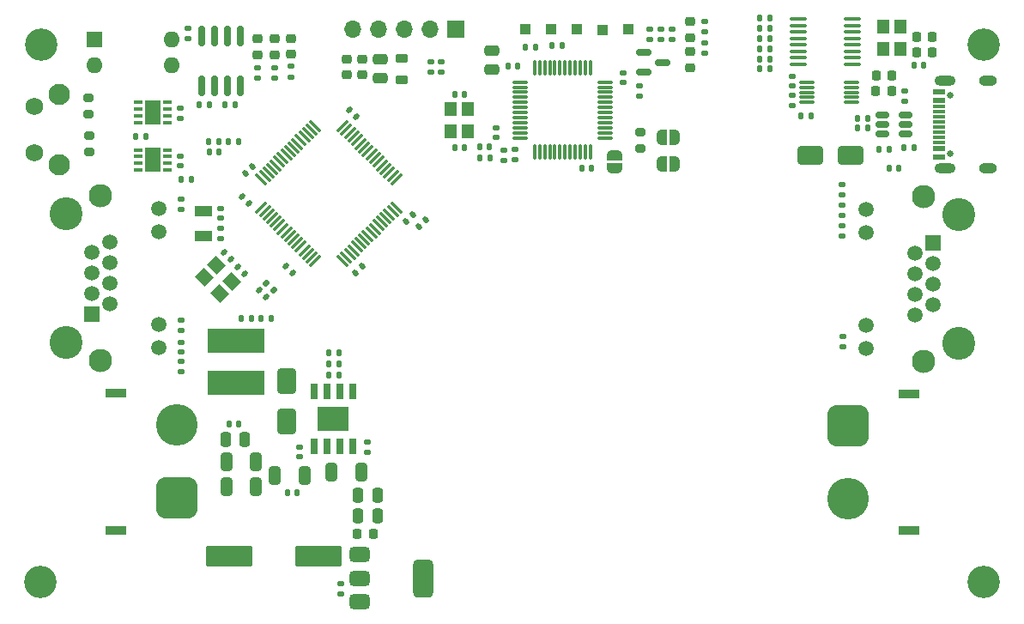
<source format=gbr>
%TF.GenerationSoftware,KiCad,Pcbnew,8.0.7-8.0.7-0~ubuntu22.04.1*%
%TF.CreationDate,2024-12-29T17:45:41+00:00*%
%TF.ProjectId,mini_module_template,6d696e69-5f6d-46f6-9475-6c655f74656d,rev?*%
%TF.SameCoordinates,Original*%
%TF.FileFunction,Soldermask,Top*%
%TF.FilePolarity,Negative*%
%FSLAX46Y46*%
G04 Gerber Fmt 4.6, Leading zero omitted, Abs format (unit mm)*
G04 Created by KiCad (PCBNEW 8.0.7-8.0.7-0~ubuntu22.04.1) date 2024-12-29 17:45:41*
%MOMM*%
%LPD*%
G01*
G04 APERTURE LIST*
G04 Aperture macros list*
%AMRoundRect*
0 Rectangle with rounded corners*
0 $1 Rounding radius*
0 $2 $3 $4 $5 $6 $7 $8 $9 X,Y pos of 4 corners*
0 Add a 4 corners polygon primitive as box body*
4,1,4,$2,$3,$4,$5,$6,$7,$8,$9,$2,$3,0*
0 Add four circle primitives for the rounded corners*
1,1,$1+$1,$2,$3*
1,1,$1+$1,$4,$5*
1,1,$1+$1,$6,$7*
1,1,$1+$1,$8,$9*
0 Add four rect primitives between the rounded corners*
20,1,$1+$1,$2,$3,$4,$5,0*
20,1,$1+$1,$4,$5,$6,$7,0*
20,1,$1+$1,$6,$7,$8,$9,0*
20,1,$1+$1,$8,$9,$2,$3,0*%
%AMRotRect*
0 Rectangle, with rotation*
0 The origin of the aperture is its center*
0 $1 length*
0 $2 width*
0 $3 Rotation angle, in degrees counterclockwise*
0 Add horizontal line*
21,1,$1,$2,0,0,$3*%
%AMFreePoly0*
4,1,19,0.500000,-0.750000,0.000000,-0.750000,0.000000,-0.744911,-0.071157,-0.744911,-0.207708,-0.704816,-0.327430,-0.627875,-0.420627,-0.520320,-0.479746,-0.390866,-0.500000,-0.250000,-0.500000,0.250000,-0.479746,0.390866,-0.420627,0.520320,-0.327430,0.627875,-0.207708,0.704816,-0.071157,0.744911,0.000000,0.744911,0.000000,0.750000,0.500000,0.750000,0.500000,-0.750000,0.500000,-0.750000,
$1*%
%AMFreePoly1*
4,1,19,0.000000,0.744911,0.071157,0.744911,0.207708,0.704816,0.327430,0.627875,0.420627,0.520320,0.479746,0.390866,0.500000,0.250000,0.500000,-0.250000,0.479746,-0.390866,0.420627,-0.520320,0.327430,-0.627875,0.207708,-0.704816,0.071157,-0.744911,0.000000,-0.744911,0.000000,-0.750000,-0.500000,-0.750000,-0.500000,0.750000,0.000000,0.750000,0.000000,0.744911,0.000000,0.744911,
$1*%
G04 Aperture macros list end*
%ADD10RoundRect,0.135000X0.185000X-0.135000X0.185000X0.135000X-0.185000X0.135000X-0.185000X-0.135000X0*%
%ADD11RoundRect,0.150000X-0.587500X-0.150000X0.587500X-0.150000X0.587500X0.150000X-0.587500X0.150000X0*%
%ADD12C,3.200000*%
%ADD13RoundRect,0.135000X-0.226274X-0.035355X-0.035355X-0.226274X0.226274X0.035355X0.035355X0.226274X0*%
%ADD14RoundRect,0.140000X-0.170000X0.140000X-0.170000X-0.140000X0.170000X-0.140000X0.170000X0.140000X0*%
%ADD15RoundRect,0.200000X0.275000X-0.200000X0.275000X0.200000X-0.275000X0.200000X-0.275000X-0.200000X0*%
%ADD16RoundRect,0.135000X-0.135000X-0.185000X0.135000X-0.185000X0.135000X0.185000X-0.135000X0.185000X0*%
%ADD17RoundRect,0.250000X-0.325000X-0.650000X0.325000X-0.650000X0.325000X0.650000X-0.325000X0.650000X0*%
%ADD18RoundRect,0.140000X0.140000X0.170000X-0.140000X0.170000X-0.140000X-0.170000X0.140000X-0.170000X0*%
%ADD19R,2.000000X0.900000*%
%ADD20RoundRect,1.025000X-1.025000X1.025000X-1.025000X-1.025000X1.025000X-1.025000X1.025000X1.025000X0*%
%ADD21C,4.100000*%
%ADD22RoundRect,0.250000X-1.000000X-0.650000X1.000000X-0.650000X1.000000X0.650000X-1.000000X0.650000X0*%
%ADD23R,1.200000X1.400000*%
%ADD24RoundRect,0.218750X-0.256250X0.218750X-0.256250X-0.218750X0.256250X-0.218750X0.256250X0.218750X0*%
%ADD25RoundRect,0.140000X0.219203X0.021213X0.021213X0.219203X-0.219203X-0.021213X-0.021213X-0.219203X0*%
%ADD26RoundRect,0.135000X0.135000X0.185000X-0.135000X0.185000X-0.135000X-0.185000X0.135000X-0.185000X0*%
%ADD27RoundRect,0.140000X0.170000X-0.140000X0.170000X0.140000X-0.170000X0.140000X-0.170000X-0.140000X0*%
%ADD28R,1.600000X1.600000*%
%ADD29O,1.600000X1.600000*%
%ADD30RoundRect,0.135000X-0.185000X0.135000X-0.185000X-0.135000X0.185000X-0.135000X0.185000X0.135000X0*%
%ADD31C,3.250000*%
%ADD32R,1.500000X1.500000*%
%ADD33C,1.500000*%
%ADD34C,2.300000*%
%ADD35RoundRect,0.218750X0.256250X-0.218750X0.256250X0.218750X-0.256250X0.218750X-0.256250X-0.218750X0*%
%ADD36RoundRect,0.100000X-0.712500X-0.100000X0.712500X-0.100000X0.712500X0.100000X-0.712500X0.100000X0*%
%ADD37RoundRect,0.140000X-0.021213X0.219203X-0.219203X0.021213X0.021213X-0.219203X0.219203X-0.021213X0*%
%ADD38RoundRect,0.225000X0.225000X0.250000X-0.225000X0.250000X-0.225000X-0.250000X0.225000X-0.250000X0*%
%ADD39RoundRect,0.150000X-0.150000X0.825000X-0.150000X-0.825000X0.150000X-0.825000X0.150000X0.825000X0*%
%ADD40RoundRect,0.140000X-0.140000X-0.170000X0.140000X-0.170000X0.140000X0.170000X-0.140000X0.170000X0*%
%ADD41RoundRect,0.250000X-0.475000X0.250000X-0.475000X-0.250000X0.475000X-0.250000X0.475000X0.250000X0*%
%ADD42RoundRect,0.218750X-0.381250X0.218750X-0.381250X-0.218750X0.381250X-0.218750X0.381250X0.218750X0*%
%ADD43RoundRect,0.075000X-0.441942X-0.548008X0.548008X0.441942X0.441942X0.548008X-0.548008X-0.441942X0*%
%ADD44RoundRect,0.075000X0.441942X-0.548008X0.548008X-0.441942X-0.441942X0.548008X-0.548008X0.441942X0*%
%ADD45FreePoly0,90.000000*%
%ADD46FreePoly1,90.000000*%
%ADD47C,2.100000*%
%ADD48C,1.750000*%
%ADD49RoundRect,0.250001X-2.049999X-0.799999X2.049999X-0.799999X2.049999X0.799999X-2.049999X0.799999X0*%
%ADD50FreePoly0,180.000000*%
%ADD51FreePoly1,180.000000*%
%ADD52R,1.000000X1.000000*%
%ADD53R,1.800000X1.000000*%
%ADD54RoundRect,0.075000X-0.662500X-0.075000X0.662500X-0.075000X0.662500X0.075000X-0.662500X0.075000X0*%
%ADD55RoundRect,0.075000X-0.075000X-0.662500X0.075000X-0.662500X0.075000X0.662500X-0.075000X0.662500X0*%
%ADD56RoundRect,0.150000X-0.512500X-0.150000X0.512500X-0.150000X0.512500X0.150000X-0.512500X0.150000X0*%
%ADD57RoundRect,0.250000X-0.650000X1.000000X-0.650000X-1.000000X0.650000X-1.000000X0.650000X1.000000X0*%
%ADD58RoundRect,0.250000X0.250000X0.475000X-0.250000X0.475000X-0.250000X-0.475000X0.250000X-0.475000X0*%
%ADD59RoundRect,0.375000X-0.625000X-0.375000X0.625000X-0.375000X0.625000X0.375000X-0.625000X0.375000X0*%
%ADD60RoundRect,0.500000X-0.500000X-1.400000X0.500000X-1.400000X0.500000X1.400000X-0.500000X1.400000X0*%
%ADD61R,0.650000X1.525000*%
%ADD62R,3.100000X2.400000*%
%ADD63RoundRect,0.075000X0.650000X0.075000X-0.650000X0.075000X-0.650000X-0.075000X0.650000X-0.075000X0*%
%ADD64RoundRect,0.140000X-0.219203X-0.021213X-0.021213X-0.219203X0.219203X0.021213X0.021213X0.219203X0*%
%ADD65R,0.850000X0.350000*%
%ADD66R,1.650000X2.450000*%
%ADD67C,0.650000*%
%ADD68R,1.240000X0.600000*%
%ADD69R,1.240000X0.300000*%
%ADD70O,2.100000X1.000000*%
%ADD71O,1.800000X1.000000*%
%ADD72RoundRect,0.140000X0.021213X-0.219203X0.219203X-0.021213X-0.021213X0.219203X-0.219203X0.021213X0*%
%ADD73RoundRect,0.225000X-0.250000X0.225000X-0.250000X-0.225000X0.250000X-0.225000X0.250000X0.225000X0*%
%ADD74RoundRect,1.025000X1.025000X-1.025000X1.025000X1.025000X-1.025000X1.025000X-1.025000X-1.025000X0*%
%ADD75RoundRect,0.250000X-0.250000X-0.475000X0.250000X-0.475000X0.250000X0.475000X-0.250000X0.475000X0*%
%ADD76R,5.700000X2.400000*%
%ADD77RotRect,1.400000X1.200000X135.000000*%
%ADD78RoundRect,0.250000X0.325000X0.650000X-0.325000X0.650000X-0.325000X-0.650000X0.325000X-0.650000X0*%
%ADD79RoundRect,0.250000X0.475000X-0.250000X0.475000X0.250000X-0.475000X0.250000X-0.475000X-0.250000X0*%
%ADD80R,1.700000X1.700000*%
%ADD81O,1.700000X1.700000*%
G04 APERTURE END LIST*
D10*
%TO.C,R29*%
X108187501Y-66692496D03*
X108187501Y-65672498D03*
%TD*%
D11*
%TO.C,Q1*%
X142954999Y-64310000D03*
X142954999Y-66210000D03*
X144830000Y-65260000D03*
%TD*%
D12*
%TO.C,H3*%
X176500000Y-63500000D03*
%TD*%
D13*
%TO.C,R2*%
X105739376Y-87039376D03*
X106460624Y-87760624D03*
%TD*%
D14*
%TO.C,C42*%
X97230000Y-74505000D03*
X97230000Y-75465000D03*
%TD*%
D15*
%TO.C,R24*%
X88230000Y-74105000D03*
X88230000Y-72455000D03*
%TD*%
D16*
%TO.C,R47*%
X154360000Y-65920000D03*
X155380000Y-65920000D03*
%TD*%
D17*
%TO.C,C49*%
X101784998Y-104700001D03*
X104735000Y-104700001D03*
%TD*%
D18*
%TO.C,C17*%
X127760000Y-73600000D03*
X126800000Y-73600000D03*
%TD*%
D19*
%TO.C,J2*%
X169150000Y-97950000D03*
X169150000Y-111450000D03*
D20*
X163150000Y-101100000D03*
D21*
X163150000Y-108300000D03*
%TD*%
D22*
%TO.C,D1*%
X159400000Y-74400000D03*
X163400000Y-74400000D03*
%TD*%
D10*
%TO.C,R22*%
X142520000Y-68559999D03*
X142520000Y-67540001D03*
%TD*%
D12*
%TO.C,H2*%
X83470000Y-116520000D03*
%TD*%
D17*
%TO.C,C46*%
X112174998Y-105700000D03*
X115125000Y-105700000D03*
%TD*%
D23*
%TO.C,Y4*%
X168250000Y-63900000D03*
X168250000Y-61700000D03*
X166550000Y-61700000D03*
X166550000Y-63900000D03*
%TD*%
D24*
%TO.C,D3*%
X104880000Y-62914997D03*
X104880000Y-64489999D03*
%TD*%
D25*
%TO.C,C58*%
X108309411Y-86049411D03*
X107630589Y-85370589D03*
%TD*%
D26*
%TO.C,R36*%
X93850000Y-72560000D03*
X92830002Y-72560000D03*
%TD*%
D27*
%TO.C,C21*%
X113100000Y-117680000D03*
X113100000Y-116720000D03*
%TD*%
D10*
%TO.C,R48*%
X162480000Y-82371998D03*
X162480000Y-81352000D03*
%TD*%
D26*
%TO.C,R34*%
X165065000Y-71770000D03*
X164045000Y-71770000D03*
%TD*%
D28*
%TO.C,SW5*%
X88770000Y-63010000D03*
D29*
X88770000Y-65550000D03*
X96390000Y-65550000D03*
X96390000Y-63010000D03*
%TD*%
D30*
%TO.C,R31*%
X168735000Y-68090001D03*
X168735000Y-69109999D03*
%TD*%
D14*
%TO.C,C36*%
X97220000Y-69812501D03*
X97220000Y-70772501D03*
%TD*%
%TO.C,C56*%
X101218553Y-79680050D03*
X101218553Y-80640050D03*
%TD*%
D31*
%TO.C,J8*%
X85979999Y-92906000D03*
X85979999Y-80206000D03*
D32*
X88519999Y-90116000D03*
D33*
X90300000Y-89100000D03*
X88519999Y-88084000D03*
X90300000Y-87068000D03*
X88519999Y-86052000D03*
X90300000Y-85036000D03*
X88519999Y-84020000D03*
X90299999Y-83004001D03*
X95119999Y-93416000D03*
X95119999Y-91126000D03*
X95119999Y-81986000D03*
X95119999Y-79696000D03*
D34*
X89409999Y-94686000D03*
X89409999Y-78426000D03*
%TD*%
D18*
%TO.C,C43*%
X108750000Y-107750001D03*
X107790000Y-107750001D03*
%TD*%
D35*
%TO.C,D5*%
X147570000Y-65807501D03*
X147570000Y-64232499D03*
%TD*%
D36*
%TO.C,U1*%
X158232500Y-60997500D03*
X158232500Y-61632500D03*
X158232500Y-62267500D03*
X158232500Y-62902500D03*
X158232500Y-63537500D03*
X158232500Y-64172500D03*
X158232500Y-64807500D03*
X158232500Y-65442500D03*
X163507500Y-65442500D03*
X163507500Y-64807500D03*
X163507500Y-64172500D03*
X163507500Y-63537500D03*
X163507500Y-62902500D03*
X163507500Y-62267500D03*
X163507500Y-61632500D03*
X163507500Y-60997500D03*
%TD*%
D12*
%TO.C,H4*%
X83520000Y-63520000D03*
%TD*%
D26*
%TO.C,R57*%
X112939997Y-94980001D03*
X111919999Y-94980001D03*
%TD*%
D27*
%TO.C,C40*%
X157570000Y-69499999D03*
X157570000Y-68539999D03*
%TD*%
D30*
%TO.C,R21*%
X144660000Y-62030001D03*
X144660000Y-63049999D03*
%TD*%
D18*
%TO.C,C54*%
X170580000Y-65590000D03*
X169620000Y-65590000D03*
%TD*%
D16*
%TO.C,R32*%
X168645001Y-73670000D03*
X169664999Y-73670000D03*
%TD*%
D37*
%TO.C,C3*%
X115189411Y-85370589D03*
X114510589Y-86049411D03*
%TD*%
D38*
%TO.C,C22*%
X116275000Y-111800000D03*
X114725000Y-111800000D03*
%TD*%
D26*
%TO.C,R12*%
X134909999Y-63600000D03*
X133890001Y-63600000D03*
%TD*%
D25*
%TO.C,C5*%
X104049411Y-79179411D03*
X103370589Y-78500589D03*
%TD*%
D10*
%TO.C,R9*%
X106580000Y-66799998D03*
X106580000Y-65780000D03*
%TD*%
D27*
%TO.C,C16*%
X128400000Y-72680000D03*
X128400000Y-71720000D03*
%TD*%
D26*
%TO.C,R35*%
X167165000Y-73870000D03*
X166145000Y-73870000D03*
%TD*%
D15*
%TO.C,R17*%
X142600000Y-73775000D03*
X142600000Y-72125000D03*
%TD*%
D26*
%TO.C,R11*%
X127779998Y-74700000D03*
X126760000Y-74700000D03*
%TD*%
D14*
%TO.C,C41*%
X157570000Y-66639999D03*
X157570000Y-67599999D03*
%TD*%
D39*
%TO.C,U2*%
X103182500Y-62662499D03*
X101912500Y-62662499D03*
X100642500Y-62662499D03*
X99372500Y-62662499D03*
X99372500Y-67612499D03*
X100642500Y-67612499D03*
X101912500Y-67612499D03*
X103182500Y-67612499D03*
%TD*%
D40*
%TO.C,C35*%
X111929999Y-96140001D03*
X112889999Y-96140001D03*
%TD*%
D30*
%TO.C,R20*%
X143580000Y-62030001D03*
X143580000Y-63049999D03*
%TD*%
D41*
%TO.C,C8*%
X117000000Y-64950001D03*
X117000000Y-66849999D03*
%TD*%
D42*
%TO.C,FB1*%
X119100000Y-64837500D03*
X119100000Y-66962500D03*
%TD*%
D40*
%TO.C,C18*%
X124317000Y-68393000D03*
X125277000Y-68393000D03*
%TD*%
D14*
%TO.C,C44*%
X162480000Y-79381999D03*
X162480000Y-80341999D03*
%TD*%
D37*
%TO.C,C55*%
X121489411Y-80780589D03*
X120810589Y-81459411D03*
%TD*%
D26*
%TO.C,R38*%
X98359999Y-76850000D03*
X97340001Y-76850000D03*
%TD*%
D24*
%TO.C,D2*%
X106580000Y-62914997D03*
X106580000Y-64489999D03*
%TD*%
D10*
%TO.C,R10*%
X104880000Y-66799998D03*
X104880000Y-65780000D03*
%TD*%
%TO.C,R50*%
X162480000Y-78371998D03*
X162480000Y-77352000D03*
%TD*%
D30*
%TO.C,R51*%
X97330000Y-94770001D03*
X97330000Y-95789999D03*
%TD*%
D43*
%TO.C,U9*%
X105235519Y-79561181D03*
X105589072Y-79914734D03*
X105942625Y-80268287D03*
X106296179Y-80621841D03*
X106649732Y-80975394D03*
X107003286Y-81328948D03*
X107356839Y-81682501D03*
X107710392Y-82036054D03*
X108063946Y-82389608D03*
X108417499Y-82743161D03*
X108771052Y-83096714D03*
X109124606Y-83450268D03*
X109478159Y-83803821D03*
X109831713Y-84157375D03*
X110185266Y-84510928D03*
X110538819Y-84864481D03*
D44*
X113261181Y-84864481D03*
X113614734Y-84510928D03*
X113968287Y-84157375D03*
X114321841Y-83803821D03*
X114675394Y-83450268D03*
X115028948Y-83096714D03*
X115382501Y-82743161D03*
X115736054Y-82389608D03*
X116089608Y-82036054D03*
X116443161Y-81682501D03*
X116796714Y-81328948D03*
X117150268Y-80975394D03*
X117503821Y-80621841D03*
X117857375Y-80268287D03*
X118210928Y-79914734D03*
X118564481Y-79561181D03*
D43*
X118564481Y-76838819D03*
X118210928Y-76485266D03*
X117857375Y-76131713D03*
X117503821Y-75778159D03*
X117150268Y-75424606D03*
X116796714Y-75071052D03*
X116443161Y-74717499D03*
X116089608Y-74363946D03*
X115736054Y-74010392D03*
X115382501Y-73656839D03*
X115028948Y-73303286D03*
X114675394Y-72949732D03*
X114321841Y-72596179D03*
X113968287Y-72242625D03*
X113614734Y-71889072D03*
X113261181Y-71535519D03*
D44*
X110538819Y-71535519D03*
X110185266Y-71889072D03*
X109831713Y-72242625D03*
X109478159Y-72596179D03*
X109124606Y-72949732D03*
X108771052Y-73303286D03*
X108417499Y-73656839D03*
X108063946Y-74010392D03*
X107710392Y-74363946D03*
X107356839Y-74717499D03*
X107003286Y-75071052D03*
X106649732Y-75424606D03*
X106296179Y-75778159D03*
X105942625Y-76131713D03*
X105589072Y-76485266D03*
X105235519Y-76838819D03*
%TD*%
D30*
%TO.C,R49*%
X162610000Y-92290001D03*
X162610000Y-93309999D03*
%TD*%
D16*
%TO.C,R45*%
X158460000Y-70519999D03*
X159480000Y-70519999D03*
%TD*%
D26*
%TO.C,R40*%
X155379999Y-60913000D03*
X154360001Y-60913000D03*
%TD*%
D16*
%TO.C,R56*%
X111900000Y-93910001D03*
X112919998Y-93910001D03*
%TD*%
D26*
%TO.C,R46*%
X155379999Y-64920000D03*
X154360001Y-64920000D03*
%TD*%
D40*
%TO.C,C13*%
X131320000Y-63800000D03*
X132280000Y-63800000D03*
%TD*%
D45*
%TO.C,JP3*%
X140100000Y-75749998D03*
D46*
X140100000Y-74450000D03*
%TD*%
D47*
%TO.C,SW2*%
X85300000Y-75400000D03*
X85300000Y-68390000D03*
D48*
X82810000Y-74150000D03*
X82810000Y-69650000D03*
%TD*%
D25*
%TO.C,C9*%
X105732306Y-88446518D03*
X105053484Y-87767696D03*
%TD*%
D49*
%TO.C,C47*%
X102100000Y-113950000D03*
X110900000Y-113950000D03*
%TD*%
D31*
%TO.C,J7*%
X174000000Y-80260000D03*
X174000000Y-92960000D03*
D32*
X171460000Y-83050000D03*
D33*
X169679999Y-84066000D03*
X171460000Y-85082000D03*
X169679999Y-86098000D03*
X171460000Y-87114000D03*
X169679999Y-88130000D03*
X171460000Y-89146000D03*
X169680000Y-90161999D03*
X164860000Y-79750000D03*
X164860000Y-82040000D03*
X164860000Y-91180000D03*
X164860000Y-93470000D03*
D34*
X170570000Y-78480000D03*
X170570000Y-94740000D03*
%TD*%
D30*
%TO.C,R15*%
X122000000Y-65200000D03*
X122000000Y-66219998D03*
%TD*%
%TO.C,R7*%
X98020000Y-61880001D03*
X98020000Y-62899999D03*
%TD*%
%TO.C,R14*%
X123000000Y-65200000D03*
X123000000Y-66219998D03*
%TD*%
D26*
%TO.C,R33*%
X165065000Y-70770000D03*
X164045000Y-70770000D03*
%TD*%
D50*
%TO.C,JP1*%
X145999998Y-75300000D03*
D51*
X144700000Y-75300000D03*
%TD*%
D52*
%TO.C,TP2*%
X133810000Y-62030000D03*
%TD*%
D18*
%TO.C,C14*%
X130530000Y-65630000D03*
X129570000Y-65630000D03*
%TD*%
D53*
%TO.C,Y3*%
X99521497Y-79900000D03*
X99521497Y-82399998D03*
%TD*%
D10*
%TO.C,R16*%
X130300000Y-74900000D03*
X130300000Y-73880002D03*
%TD*%
D38*
%TO.C,C39*%
X167415000Y-68120000D03*
X165865000Y-68120000D03*
%TD*%
D54*
%TO.C,U3*%
X130787500Y-67212500D03*
X130787500Y-67712500D03*
X130787500Y-68212500D03*
X130787500Y-68712500D03*
X130787500Y-69212500D03*
X130787500Y-69712500D03*
X130787500Y-70212500D03*
X130787500Y-70712500D03*
X130787500Y-71212500D03*
X130787500Y-71712500D03*
X130787500Y-72212500D03*
X130787500Y-72712500D03*
D55*
X132200000Y-74125000D03*
X132700000Y-74125000D03*
X133200000Y-74125000D03*
X133700000Y-74125000D03*
X134200000Y-74125000D03*
X134700000Y-74125000D03*
X135200000Y-74125000D03*
X135700000Y-74125000D03*
X136200000Y-74125000D03*
X136700000Y-74125000D03*
X137200000Y-74125000D03*
X137700000Y-74125000D03*
D54*
X139112500Y-72712500D03*
X139112500Y-72212500D03*
X139112500Y-71712500D03*
X139112500Y-71212500D03*
X139112500Y-70712500D03*
X139112500Y-70212500D03*
X139112500Y-69712500D03*
X139112500Y-69212500D03*
X139112500Y-68712500D03*
X139112500Y-68212500D03*
X139112500Y-67712500D03*
X139112500Y-67212500D03*
D55*
X137700000Y-65800000D03*
X137200000Y-65800000D03*
X136700000Y-65800000D03*
X136200000Y-65800000D03*
X135700000Y-65800000D03*
X135200000Y-65800000D03*
X134700000Y-65800000D03*
X134200000Y-65800000D03*
X133700000Y-65800000D03*
X133200000Y-65800000D03*
X132700000Y-65800000D03*
X132200000Y-65800000D03*
%TD*%
D35*
%TO.C,D4*%
X147570000Y-62807501D03*
X147570000Y-61232499D03*
%TD*%
D56*
%TO.C,U6*%
X166517500Y-70450000D03*
X166517500Y-71400000D03*
X166517500Y-72350000D03*
X168792500Y-72350000D03*
X168792500Y-71400000D03*
X168792500Y-70450000D03*
%TD*%
D17*
%TO.C,C51*%
X101784998Y-107100001D03*
X104735000Y-107100001D03*
%TD*%
D30*
%TO.C,R52*%
X97350000Y-90670001D03*
X97350000Y-91689999D03*
%TD*%
D57*
%TO.C,D6*%
X107750000Y-96700000D03*
X107750000Y-100700002D03*
%TD*%
D16*
%TO.C,R42*%
X154360000Y-62913000D03*
X155380000Y-62913000D03*
%TD*%
D14*
%TO.C,C37*%
X140900000Y-66320000D03*
X140900000Y-67280000D03*
%TD*%
D30*
%TO.C,R13*%
X129200000Y-73890001D03*
X129200000Y-74909999D03*
%TD*%
D27*
%TO.C,C34*%
X108999999Y-104180001D03*
X108999999Y-103220001D03*
%TD*%
D16*
%TO.C,R30*%
X105240000Y-90500000D03*
X106260000Y-90500000D03*
%TD*%
D58*
%TO.C,C23*%
X116699999Y-110000000D03*
X114800001Y-110000000D03*
%TD*%
D16*
%TO.C,R41*%
X154360000Y-61913000D03*
X155380000Y-61913000D03*
%TD*%
D30*
%TO.C,R53*%
X97290000Y-78750001D03*
X97290000Y-79769999D03*
%TD*%
D10*
%TO.C,R37*%
X115729999Y-103720000D03*
X115729999Y-102700002D03*
%TD*%
%TO.C,R19*%
X148970000Y-62229999D03*
X148970000Y-61210001D03*
%TD*%
D59*
%TO.C,U4*%
X114920000Y-113850000D03*
X114920001Y-116150000D03*
D60*
X121219999Y-116150000D03*
D59*
X114920000Y-118450000D03*
%TD*%
D61*
%TO.C,IC3*%
X110439999Y-103150001D03*
X111709999Y-103150001D03*
X112979999Y-103150001D03*
X114249999Y-103150001D03*
X114249999Y-97726001D03*
X112979999Y-97726001D03*
X111709999Y-97726001D03*
X110439999Y-97726001D03*
D62*
X112344999Y-100438001D03*
%TD*%
D16*
%TO.C,R5*%
X99107501Y-69437499D03*
X100127499Y-69437499D03*
%TD*%
%TO.C,R43*%
X154360000Y-63913000D03*
X155380000Y-63913000D03*
%TD*%
D63*
%TO.C,U8*%
X163470000Y-69219999D03*
X163470000Y-68719998D03*
X163470000Y-68219999D03*
X163470000Y-67720000D03*
X163470000Y-67219999D03*
X159070000Y-67219999D03*
X159070000Y-67720000D03*
X159070000Y-68219999D03*
X159070000Y-68719998D03*
X159070000Y-69219999D03*
%TD*%
D23*
%TO.C,Y2*%
X123947000Y-69893000D03*
X123947000Y-72093000D03*
X125647000Y-72093000D03*
X125647000Y-69893000D03*
%TD*%
D38*
%TO.C,C53*%
X171425000Y-64320000D03*
X169875000Y-64320000D03*
%TD*%
D64*
%TO.C,C2*%
X113920589Y-69960589D03*
X114599411Y-70639411D03*
%TD*%
D38*
%TO.C,C52*%
X167425000Y-66600000D03*
X165875000Y-66600000D03*
%TD*%
D40*
%TO.C,C25*%
X102049999Y-100900000D03*
X103009999Y-100900000D03*
%TD*%
D18*
%TO.C,C15*%
X137830000Y-75700000D03*
X136870000Y-75700000D03*
%TD*%
D65*
%TO.C,IC1*%
X95970000Y-75850000D03*
X95970000Y-75200000D03*
X95970000Y-74550000D03*
X95970000Y-73900000D03*
X93070000Y-73900000D03*
X93070000Y-74550000D03*
X93070000Y-75200000D03*
X93070000Y-75850000D03*
D66*
X94520000Y-74875000D03*
%TD*%
D58*
%TO.C,C24*%
X116699999Y-107950000D03*
X114800001Y-107950000D03*
%TD*%
D27*
%TO.C,C45*%
X97340000Y-93840000D03*
X97340000Y-92880000D03*
%TD*%
D38*
%TO.C,C38*%
X171425000Y-62770000D03*
X169875000Y-62770000D03*
%TD*%
D67*
%TO.C,J4*%
X173230000Y-74290000D03*
X173230000Y-68510000D03*
D68*
X172110000Y-74600000D03*
X172110000Y-73800000D03*
D69*
X172110000Y-72650000D03*
X172110000Y-71650000D03*
X172110000Y-71150000D03*
X172110000Y-70150000D03*
D68*
X172110000Y-69000000D03*
X172110000Y-68200000D03*
X172110000Y-68200000D03*
X172110000Y-69000000D03*
D69*
X172110000Y-69650000D03*
X172110000Y-70650000D03*
X172110000Y-72150000D03*
X172110000Y-73150000D03*
D68*
X172110000Y-73800000D03*
X172110000Y-74600000D03*
D70*
X172710000Y-75720000D03*
D71*
X176910000Y-75720000D03*
D70*
X172710000Y-67080000D03*
D71*
X176910000Y-67080000D03*
%TD*%
D65*
%TO.C,IC2*%
X95970000Y-71180000D03*
X95970000Y-70530000D03*
X95970000Y-69880000D03*
X95970000Y-69230000D03*
X93070000Y-69230000D03*
X93070000Y-69880000D03*
X93070000Y-70530000D03*
X93070000Y-71180000D03*
D66*
X94520000Y-70205000D03*
%TD*%
D52*
%TO.C,TP3*%
X136350000Y-62020000D03*
%TD*%
D72*
%TO.C,C4*%
X103670589Y-76179411D03*
X104349411Y-75500589D03*
%TD*%
D18*
%TO.C,C19*%
X125257000Y-73643000D03*
X124297000Y-73643000D03*
%TD*%
%TO.C,C33*%
X168135000Y-75670000D03*
X167175000Y-75670000D03*
%TD*%
D73*
%TO.C,C7*%
X115200000Y-64925000D03*
X115200000Y-66475000D03*
%TD*%
D37*
%TO.C,C1*%
X120149411Y-80250589D03*
X119470589Y-80929411D03*
%TD*%
D30*
%TO.C,R23*%
X148970000Y-63310001D03*
X148970000Y-64329999D03*
%TD*%
D15*
%TO.C,R39*%
X88210000Y-70415000D03*
X88210000Y-68765000D03*
%TD*%
D12*
%TO.C,H1*%
X176470000Y-116520000D03*
%TD*%
D26*
%TO.C,R4*%
X101089999Y-73090000D03*
X100070001Y-73090000D03*
%TD*%
D19*
%TO.C,J6*%
X90900000Y-111400000D03*
X90900000Y-97900000D03*
D74*
X96900000Y-108250000D03*
D21*
X96900000Y-101050000D03*
%TD*%
D27*
%TO.C,C57*%
X101218553Y-82619949D03*
X101218553Y-81659949D03*
%TD*%
D75*
%TO.C,C20*%
X101709999Y-102500002D03*
X103609997Y-102500002D03*
%TD*%
D52*
%TO.C,TP5*%
X141430000Y-62020000D03*
%TD*%
D64*
%TO.C,C11*%
X101537366Y-84039447D03*
X102216188Y-84718269D03*
%TD*%
D10*
%TO.C,R18*%
X145720000Y-63049999D03*
X145720000Y-62030001D03*
%TD*%
D76*
%TO.C,L2*%
X102750000Y-92700000D03*
X102750000Y-96900000D03*
%TD*%
D50*
%TO.C,JP2*%
X145999998Y-72700000D03*
D51*
X144700000Y-72700000D03*
%TD*%
D77*
%TO.C,Y1*%
X102355635Y-86855635D03*
X100800000Y-85300000D03*
X99597919Y-86502081D03*
X101153554Y-88057716D03*
%TD*%
D78*
%TO.C,C48*%
X109485000Y-106000001D03*
X106534998Y-106000001D03*
%TD*%
D24*
%TO.C,D7*%
X108187500Y-62894997D03*
X108187500Y-64469999D03*
%TD*%
D25*
%TO.C,C12*%
X103616188Y-86118269D03*
X102937366Y-85439447D03*
%TD*%
D79*
%TO.C,C27*%
X127980000Y-65979999D03*
X127980000Y-64080001D03*
%TD*%
D52*
%TO.C,TP1*%
X131270000Y-62020000D03*
%TD*%
D18*
%TO.C,C10*%
X101050000Y-74100000D03*
X100090000Y-74100000D03*
%TD*%
D26*
%TO.C,R3*%
X103019999Y-73060000D03*
X102000001Y-73060000D03*
%TD*%
D52*
%TO.C,TP4*%
X138890000Y-62040000D03*
%TD*%
D80*
%TO.C,J1*%
X124379999Y-62000000D03*
D81*
X121839999Y-62000000D03*
X119300000Y-62000000D03*
X116759999Y-62000000D03*
X114219999Y-62000000D03*
%TD*%
D73*
%TO.C,C6*%
X113700000Y-64925000D03*
X113700000Y-66475000D03*
%TD*%
D26*
%TO.C,R6*%
X102627499Y-69427499D03*
X101607501Y-69427499D03*
%TD*%
D16*
%TO.C,R27*%
X103290000Y-90500000D03*
X104310000Y-90500000D03*
%TD*%
M02*

</source>
